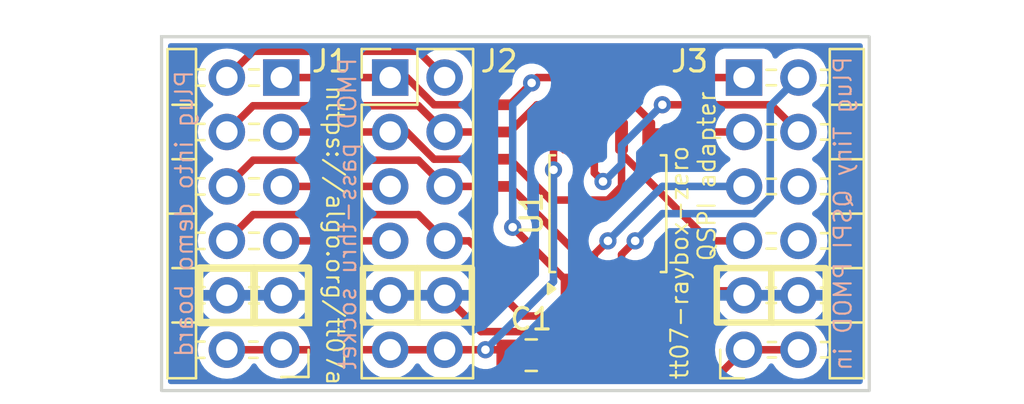
<source format=kicad_pcb>
(kicad_pcb (version 20240108) (generator "pcbnew") (generator_version "8.0")
  (layers (0 "F.Cu" signal) (31 "B.Cu" signal) (34 "B.Paste" user) (35 "F.Paste" user) (36 "B.SilkS" user "B.Silkscreen") (37 "F.SilkS" user "F.Silkscreen") (38 "B.Mask" user) (39 "F.Mask" user) (44 "Edge.Cuts" user))
  (net 0 "")
  (net 1 "/uio5")
  (net 2 "/uio7")
  (net 3 "/uio0")
  (net 4 "/uio1")
  (net 5 "VCC")
  (net 6 "GND")
  (net 7 "/uio3")
  (net 8 "/uio4")
  (net 9 "/uio6")
  (net 10 "/uio2")
  (net 11 "/io1")
  (net 12 "/~{CS0}")
  (net 13 "/~{CS1}")
  (net 14 "/io2")
  (net 15 "/SCK")
  (net 16 "/~{CS2}")
  (net 17 "/io3")
  (net 18 "/io0")
  (footprint "NetTie:NetTie-2_SMD_Pad0.5mm" (layer "F.Cu") (at 114.3 71.12)
    (property "Reference" "NT1" (hide yes))
    (property "Value" "NetTie_2" (hide yes))
    (fp_poly (pts (xy -0.5 -0.25) (xy 0.5 -0.25) (xy 0.5 0.25) (xy -0.5 0.25)) (fill solid) (layer "F.Cu"))
    (pad "1" smd circle (at -0.5 0) (size 0.5 0.5) (layers "F.Cu") (net 3 "/uio0"))
    (pad "2" smd circle (at 0.5 0) (size 0.5 0.5) (layers "F.Cu") (net 12 "/~{CS0}"))
  )
  (footprint "Anton Kicad Footprints Lib:PinSocket_2x06_P2.54mm_PMODPeriph2B_Vertical" (layer "F.Cu") (at 109.22 82.55 180)
    (property "Reference" "J2" (at -5.08 13.462 180) (layer "F.SilkS"))
    (property "Value" "PMOD socket")
    (fp_line (start 1.33 14.03) (end 1.33 12.7) (stroke (width 0.12)) (layer "F.SilkS"))
    (fp_line (start 1.33 11.43) (end 1.33 -1.33) (stroke (width 0.12)) (layer "F.SilkS"))
    (fp_line (start 0 14.03) (end 1.33 14.03) (stroke (width 0.12)) (layer "F.SilkS"))
    (fp_line (start -1.27 14.03) (end -1.27 11.43) (stroke (width 0.12)) (layer "F.SilkS"))
    (fp_line (start -1.27 11.43) (end 1.33 11.43) (stroke (width 0.12)) (layer "F.SilkS"))
    (fp_line (start -3.87 14.03) (end -1.27 14.03) (stroke (width 0.12)) (layer "F.SilkS"))
    (fp_line (start -3.87 14.03) (end -3.87 -1.33) (stroke (width 0.12)) (layer "F.SilkS"))
    (fp_line (start -3.87 -1.33) (end 1.33 -1.33) (stroke (width 0.12)) (layer "F.SilkS"))
    (fp_rect (start -1.27 1.27) (end 1.27 3.81) (stroke (width 0.3)) (fill none) (layer "F.SilkS"))
    (fp_rect (start -3.81 1.27) (end -1.27 3.81) (stroke (width 0.3)) (fill none) (layer "F.SilkS"))
    (pad "1" thru_hole rect (at 0 12.7 180) (size 1.7 1.7) (drill 1) (layers "*.Cu" "*.Mask" "In1.Cu" "In2.Cu" "In3.Cu" "In4.Cu" "In5.Cu" "In6.Cu" "In7.Cu" "In8.Cu" "In9.Cu" "In10.Cu" "In11.Cu" "In12.Cu" "In13.Cu" "In14.Cu" "In15.Cu" "In16.Cu" "In17.Cu" "In18.Cu" "In19.Cu" "In20.Cu" "In21.Cu" "In22.Cu" "In23.Cu" "In24.Cu" "In25.Cu" "In26.Cu" "In27.Cu" "In28.Cu" "In29.Cu" "In30.Cu") (net 3 "/uio0"))
    (pad "2" thru_hole oval (at 0 10.16 180) (size 1.7 1.7) (drill 1) (layers "*.Cu" "*.Mask" "In1.Cu" "In2.Cu" "In3.Cu" "In4.Cu" "In5.Cu" "In6.Cu" "In7.Cu" "In8.Cu" "In9.Cu" "In10.Cu" "In11.Cu" "In12.Cu" "In13.Cu" "In14.Cu" "In15.Cu" "In16.Cu" "In17.Cu" "In18.Cu" "In19.Cu" "In20.Cu" "In21.Cu" "In22.Cu" "In23.Cu" "In24.Cu" "In25.Cu" "In26.Cu" "In27.Cu" "In28.Cu" "In29.Cu" "In30.Cu") (net 4 "/uio1"))
    (pad "3" thru_hole oval (at 0 7.62 180) (size 1.7 1.7) (drill 1) (layers "*.Cu" "*.Mask" "In1.Cu" "In2.Cu" "In3.Cu" "In4.Cu" "In5.Cu" "In6.Cu" "In7.Cu" "In8.Cu" "In9.Cu" "In10.Cu" "In11.Cu" "In12.Cu" "In13.Cu" "In14.Cu" "In15.Cu" "In16.Cu" "In17.Cu" "In18.Cu" "In19.Cu" "In20.Cu" "In21.Cu" "In22.Cu" "In23.Cu" "In24.Cu" "In25.Cu" "In26.Cu" "In27.Cu" "In28.Cu" "In29.Cu" "In30.Cu") (net 10 "/uio2"))
    (pad "4" thru_hole oval (at 0 5.08 180) (size 1.7 1.7) (drill 1) (layers "*.Cu" "*.Mask" "In1.Cu" "In2.Cu" "In3.Cu" "In4.Cu" "In5.Cu" "In6.Cu" "In7.Cu" "In8.Cu" "In9.Cu" "In10.Cu" "In11.Cu" "In12.Cu" "In13.Cu" "In14.Cu" "In15.Cu" "In16.Cu" "In17.Cu" "In18.Cu" "In19.Cu" "In20.Cu" "In21.Cu" "In22.Cu" "In23.Cu" "In24.Cu" "In25.Cu" "In26.Cu" "In27.Cu" "In28.Cu" "In29.Cu" "In30.Cu") (net 7 "/uio3"))
    (pad "5" thru_hole oval (at 0 2.54 180) (size 1.7 1.7) (drill 1) (layers "*.Cu" "*.Mask" "In1.Cu" "In2.Cu" "In3.Cu" "In4.Cu" "In5.Cu" "In6.Cu" "In7.Cu" "In8.Cu" "In9.Cu" "In10.Cu" "In11.Cu" "In12.Cu" "In13.Cu" "In14.Cu" "In15.Cu" "In16.Cu" "In17.Cu" "In18.Cu" "In19.Cu" "In20.Cu" "In21.Cu" "In22.Cu" "In23.Cu" "In24.Cu" "In25.Cu" "In26.Cu" "In27.Cu" "In28.Cu" "In29.Cu" "In30.Cu") (net 6 "GND"))
    (pad "6" thru_hole circle (at 0 0 180) (size 1.7 1.7) (drill 1) (layers "*.Cu" "*.Mask" "In1.Cu" "In2.Cu" "In3.Cu" "In4.Cu" "In5.Cu" "In6.Cu" "In7.Cu" "In8.Cu" "In9.Cu" "In10.Cu" "In11.Cu" "In12.Cu" "In13.Cu" "In14.Cu" "In15.Cu" "In16.Cu" "In17.Cu" "In18.Cu" "In19.Cu" "In20.Cu" "In21.Cu" "In22.Cu" "In23.Cu" "In24.Cu" "In25.Cu" "In26.Cu" "In27.Cu" "In28.Cu" "In29.Cu" "In30.Cu") (net 5 "VCC"))
    (pad "7" thru_hole oval (at -2.54 12.7 180) (size 1.7 1.7) (drill 1) (layers "*.Cu" "*.Mask" "In1.Cu" "In2.Cu" "In3.Cu" "In4.Cu" "In5.Cu" "In6.Cu" "In7.Cu" "In8.Cu" "In9.Cu" "In10.Cu" "In11.Cu" "In12.Cu" "In13.Cu" "In14.Cu" "In15.Cu" "In16.Cu" "In17.Cu" "In18.Cu" "In19.Cu" "In20.Cu" "In21.Cu" "In22.Cu" "In23.Cu" "In24.Cu" "In25.Cu" "In26.Cu" "In27.Cu" "In28.Cu" "In29.Cu" "In30.Cu") (net 8 "/uio4"))
    (pad "8" thru_hole oval (at -2.54 10.16 180) (size 1.7 1.7) (drill 1) (layers "*.Cu" "*.Mask" "In1.Cu" "In2.Cu" "In3.Cu" "In4.Cu" "In5.Cu" "In6.Cu" "In7.Cu" "In8.Cu" "In9.Cu" "In10.Cu" "In11.Cu" "In12.Cu" "In13.Cu" "In14.Cu" "In15.Cu" "In16.Cu" "In17.Cu" "In18.Cu" "In19.Cu" "In20.Cu" "In21.Cu" "In22.Cu" "In23.Cu" "In24.Cu" "In25.Cu" "In26.Cu" "In27.Cu" "In28.Cu" "In29.Cu" "In30.Cu") (net 1 "/uio5"))
    (pad "9" thru_hole oval (at -2.54 7.62 180) (size 1.7 1.7) (drill 1) (layers "*.Cu" "*.Mask" "In1.Cu" "In2.Cu" "In3.Cu" "In4.Cu" "In5.Cu" "In6.Cu" "In7.Cu" "In8.Cu" "In9.Cu" "In10.Cu" "In11.Cu" "In12.Cu" "In13.Cu" "In14.Cu" "In15.Cu" "In16.Cu" "In17.Cu" "In18.Cu" "In19.Cu" "In20.Cu" "In21.Cu" "In22.Cu" "In23.Cu" "In24.Cu" "In25.Cu" "In26.Cu" "In27.Cu" "In28.Cu" "In29.Cu" "In30.Cu") (net 9 "/uio6"))
    (pad "10" thru_hole oval (at -2.54 5.08 180) (size 1.7 1.7) (drill 1) (layers "*.Cu" "*.Mask" "In1.Cu" "In2.Cu" "In3.Cu" "In4.Cu" "In5.Cu" "In6.Cu" "In7.Cu" "In8.Cu" "In9.Cu" "In10.Cu" "In11.Cu" "In12.Cu" "In13.Cu" "In14.Cu" "In15.Cu" "In16.Cu" "In17.Cu" "In18.Cu" "In19.Cu" "In20.Cu" "In21.Cu" "In22.Cu" "In23.Cu" "In24.Cu" "In25.Cu" "In26.Cu" "In27.Cu" "In28.Cu" "In29.Cu" "In30.Cu") (net 2 "/uio7"))
    (pad "11" thru_hole oval (at -2.54 2.54 180) (size 1.7 1.7) (drill 1) (layers "*.Cu" "*.Mask" "In1.Cu" "In2.Cu" "In3.Cu" "In4.Cu" "In5.Cu" "In6.Cu" "In7.Cu" "In8.Cu" "In9.Cu" "In10.Cu" "In11.Cu" "In12.Cu" "In13.Cu" "In14.Cu" "In15.Cu" "In16.Cu" "In17.Cu" "In18.Cu" "In19.Cu" "In20.Cu" "In21.Cu" "In22.Cu" "In23.Cu" "In24.Cu" "In25.Cu" "In26.Cu" "In27.Cu" "In28.Cu" "In29.Cu" "In30.Cu") (net 6 "GND"))
    (pad "12" thru_hole oval (at -2.54 0 180) (size 1.7 1.7) (drill 1) (layers "*.Cu" "*.Mask" "In1.Cu" "In2.Cu" "In3.Cu" "In4.Cu" "In5.Cu" "In6.Cu" "In7.Cu" "In8.Cu" "In9.Cu" "In10.Cu" "In11.Cu" "In12.Cu" "In13.Cu" "In14.Cu" "In15.Cu" "In16.Cu" "In17.Cu" "In18.Cu" "In19.Cu" "In20.Cu" "In21.Cu" "In22.Cu" "In23.Cu" "In24.Cu" "In25.Cu" "In26.Cu" "In27.Cu" "In28.Cu" "In29.Cu" "In30.Cu") (net 5 "VCC"))
  )
  (footprint "NetTie:NetTie-2_SMD_Pad0.5mm" (layer "F.Cu") (at 114.3 73.66)
    (property "Reference" "NT2" (hide yes))
    (property "Value" "NetTie_2" (hide yes))
    (fp_poly (pts (xy -0.5 -0.25) (xy 0.5 -0.25) (xy 0.5 0.25) (xy -0.5 0.25)) (fill solid) (layer "F.Cu"))
    (pad "1" smd circle (at -0.5 0) (size 0.5 0.5) (layers "F.Cu") (net 4 "/uio1"))
    (pad "2" smd circle (at 0.5 0) (size 0.5 0.5) (layers "F.Cu") (net 15 "/SCK"))
  )
  (footprint "NetTie:NetTie-2_SMD_Pad0.5mm" (layer "F.Cu") (at 114.3 72.39)
    (property "Reference" "NT3" (hide yes))
    (property "Value" "NetTie_2" (hide yes))
    (fp_poly (pts (xy -0.5 -0.25) (xy 0.5 -0.25) (xy 0.5 0.25) (xy -0.5 0.25)) (fill solid) (layer "F.Cu"))
    (pad "1" smd circle (at -0.5 0) (size 0.5 0.5) (layers "F.Cu") (net 1 "/uio5"))
    (pad "2" smd circle (at 0.5 0) (size 0.5 0.5) (layers "F.Cu") (net 18 "/io0"))
  )
  (footprint "Capacitor_SMD:C_0805_2012Metric_Pad1.18x1.45mm_HandSolder" (layer "F.Cu") (at 115.8025 82.804)
    (property "Reference" "C1" (at 0 -1.68 0) (layer "F.SilkS"))
    (property "Value" "100nF")
    (fp_line (start -0.261252 -0.735) (end 0.261252 -0.735) (stroke (width 0.12)) (layer "F.SilkS"))
    (fp_line (start -0.261252 0.735) (end 0.261252 0.735) (stroke (width 0.12)) (layer "F.SilkS"))
    (pad "1" smd roundrect (at -1.0375 0) (size 1.175 1.45) (layers "F.Cu" "F.Paste" "F.Mask") (roundrect_rratio 0.212766) (net 5 "VCC"))
    (pad "2" smd roundrect (at 1.0375 0) (size 1.175 1.45) (layers "F.Cu" "F.Paste" "F.Mask") (roundrect_rratio 0.212766) (net 6 "GND"))
  )
  (footprint "NetTie:NetTie-2_SMD_Pad0.5mm" (layer "F.Cu") (at 113.665 78.74 -90)
    (property "Reference" "NT5" (hide yes))
    (property "Value" "NetTie_2" (hide yes))
    (fp_poly (pts (xy -0.5 -0.25) (xy 0.5 -0.25) (xy 0.5 0.25) (xy -0.5 0.25)) (fill solid) (layer "F.Cu"))
    (pad "1" smd circle (at -0.5 0 270) (size 0.5 0.5) (layers "F.Cu") (net 2 "/uio7"))
    (pad "2" smd circle (at 0.5 0 270) (size 0.5 0.5) (layers "F.Cu") (net 14 "/io2"))
  )
  (footprint "Package_SO:SOIC-8_5.23x5.23mm_P1.27mm" (layer "F.Cu") (at 119.38 76.2 90)
    (property "Reference" "U1" (at 0 -3.56 90) (layer "F.SilkS"))
    (property "Value" "W25Q128JVS")
    (fp_line (start 2.725 -2.725) (end 2.725 -2.465) (stroke (width 0.12)) (layer "F.SilkS"))
    (fp_line (start 0 -2.725) (end 2.725 -2.725) (stroke (width 0.12)) (layer "F.SilkS"))
    (fp_line (start 0 -2.725) (end -2.725 -2.725) (stroke (width 0.12)) (layer "F.SilkS"))
    (fp_line (start -2.725 -2.725) (end -2.725 -2.465) (stroke (width 0.12)) (layer "F.SilkS"))
    (fp_line (start 2.725 2.725) (end 2.725 2.465) (stroke (width 0.12)) (layer "F.SilkS"))
    (fp_line (start 0 2.725) (end 2.725 2.725) (stroke (width 0.12)) (layer "F.SilkS"))
    (fp_line (start 0 2.725) (end -2.725 2.725) (stroke (width 0.12)) (layer "F.SilkS"))
    (fp_line (start -2.725 2.725) (end -2.725 2.465) (stroke (width 0.12)) (layer "F.SilkS"))
    (fp_poly (pts (xy -3.5075 -2.465) (xy -3.7475 -2.795) (xy -3.2675 -2.795) (xy -3.5075 -2.465)) (stroke (width 0.12)) (fill solid) (layer "F.SilkS"))
    (pad "1" smd roundrect (at -3.6 -1.905 90) (size 1.6 0.6) (layers "F.Cu" "F.Paste" "F.Mask") (net 12 "/~{CS0}"))
    (pad "2" smd roundrect (at -3.6 -0.635 90) (size 1.6 0.6) (layers "F.Cu" "F.Paste" "F.Mask") (net 11 "/io1"))
    (pad "3" smd roundrect (at -3.6 0.635 90) (size 1.6 0.6) (layers "F.Cu" "F.Paste" "F.Mask") (net 14 "/io2"))
    (pad "4" smd roundrect (at -3.6 1.905 90) (size 1.6 0.6) (layers "F.Cu" "F.Paste" "F.Mask") (net 6 "GND"))
    (pad "5" smd roundrect (at 3.6 1.905 90) (size 1.6 0.6) (layers "F.Cu" "F.Paste" "F.Mask") (net 18 "/io0"))
    (pad "6" smd roundrect (at 3.6 0.635 90) (size 1.6 0.6) (layers "F.Cu" "F.Paste" "F.Mask") (net 15 "/SCK"))
    (pad "7" smd roundrect (at 3.6 -0.635 90) (size 1.6 0.6) (layers "F.Cu" "F.Paste" "F.Mask") (net 17 "/io3"))
    (pad "8" smd roundrect (at 3.6 -1.905 90) (size 1.6 0.6) (layers "F.Cu" "F.Paste" "F.Mask") (net 5 "VCC"))
  )
  (footprint "Anton Kicad Footprints Lib:PinSocket_2x06_P2.54mm_PMODPeriph2B_Clip" (layer "F.Cu") (at 125.73 82.55 180)
    (property "Reference" "J3" (at 2.54 13.462 180) (layer "F.SilkS"))
    (property "Value" "Tiny QSPI socket")
    (fp_line (start 1.11 -1.33) (end 1.11 0) (stroke (width 0.12)) (layer "F.SilkS"))
    (fp_line (start 0 -1.33) (end 1.11 -1.33) (stroke (width 0.12)) (layer "F.SilkS"))
    (fp_line (start -1.49 13.06) (end -1.05 13.06) (stroke (width 0.12)) (layer "F.SilkS"))
    (fp_line (start -1.49 12.34) (end -1.05 12.34) (stroke (width 0.12)) (layer "F.SilkS"))
    (fp_line (start -1.49 10.52) (end -1.05 10.52) (stroke (width 0.12)) (layer "F.SilkS"))
    (fp_line (start -1.49 9.8) (end -1.05 9.8) (stroke (width 0.12)) (layer "F.SilkS"))
    (fp_line (start -1.49 7.98) (end -1.05 7.98) (stroke (width 0.12)) (layer "F.SilkS"))
    (fp_line (start -1.49 7.26) (end -1.05 7.26) (stroke (width 0.12)) (layer "F.SilkS"))
    (fp_line (start -1.49 5.44) (end -1.05 5.44) (stroke (width 0.12)) (layer "F.SilkS"))
    (fp_line (start -1.49 4.72) (end -1.05 4.72) (stroke (width 0.12)) (layer "F.SilkS"))
    (fp_line (start -1.49 2.9) (end -1.05 2.9) (stroke (width 0.12)) (layer "F.SilkS"))
    (fp_line (start -1.49 2.18) (end -1.05 2.18) (stroke (width 0.12)) (layer "F.SilkS"))
    (fp_line (start -1.49 0.36) (end -1.11 0.36) (stroke (width 0.12)) (layer "F.SilkS"))
    (fp_line (start -1.49 -0.36) (end -1.11 -0.36) (stroke (width 0.12)) (layer "F.SilkS"))
    (fp_line (start -4 13.06) (end -3.59 13.06) (stroke (width 0.12)) (layer "F.SilkS"))
    (fp_line (start -4 12.34) (end -3.59 12.34) (stroke (width 0.12)) (layer "F.SilkS"))
    (fp_line (start -4 10.52) (end -3.59 10.52) (stroke (width 0.12)) (layer "F.SilkS"))
    (fp_line (start -4 9.8) (end -3.59 9.8) (stroke (width 0.12)) (layer "F.SilkS"))
    (fp_line (start -4 7.98) (end -3.59 7.98) (stroke (width 0.12)) (layer "F.SilkS"))
    (fp_line (start -4 7.26) (end -3.59 7.26) (stroke (width 0.12)) (layer "F.SilkS"))
    (fp_line (start -4 5.44) (end -3.59 5.44) (stroke (width 0.12)) (layer "F.SilkS"))
    (fp_line (start -4 4.72) (end -3.59 4.72) (stroke (width 0.12)) (layer "F.SilkS"))
    (fp_line (start -4 2.9) (end -3.59 2.9) (stroke (width 0.12)) (layer "F.SilkS"))
    (fp_line (start -4 2.18) (end -3.59 2.18) (stroke (width 0.12)) (layer "F.SilkS"))
    (fp_line (start -4 0.36) (end -3.59 0.36) (stroke (width 0.12)) (layer "F.SilkS"))
    (fp_line (start -4 -0.36) (end -3.59 -0.36) (stroke (width 0.12)) (layer "F.SilkS"))
    (fp_line (start -4 -1.33) (end -4 14.03) (stroke (width 0.12)) (layer "F.SilkS"))
    (fp_line (start -5.588 14.03) (end -4 14.03) (stroke (width 0.12)) (layer "F.SilkS"))
    (fp_line (start -5.588 11.43) (end -4 11.43) (stroke (width 0.12)) (layer "F.SilkS"))
    (fp_line (start -5.588 8.89) (end -4 8.89) (stroke (width 0.12)) (layer "F.SilkS"))
    (fp_line (start -5.588 6.35) (end -4 6.35) (stroke (width 0.12)) (layer "F.SilkS"))
    (fp_line (start -5.588 3.81) (end -4 3.81) (stroke (width 0.12)) (layer "F.SilkS"))
    (fp_line (start -5.588 1.27) (end -4 1.27) (stroke (width 0.12)) (layer "F.SilkS"))
    (fp_line (start -5.588 -1.33) (end -4 -1.33) (stroke (width 0.12)) (layer "F.SilkS"))
    (fp_line (start -5.588 -1.33) (end -5.588 14.03) (stroke (width 0.12)) (layer "F.SilkS"))
    (fp_rect (start -1.27 1.27) (end 1.27 3.81) (stroke (width 0.3)) (fill none) (layer "F.SilkS"))
    (fp_rect (start -3.81 1.27) (end -1.27 3.81) (stroke (width 0.3)) (fill none) (layer "F.SilkS"))
    (pad "1" thru_hole rect (at 0 12.7 180) (size 1.7 1.7) (drill 1) (layers "*.Cu" "*.Mask" "In1.Cu" "In2.Cu" "In3.Cu" "In4.Cu" "In5.Cu" "In6.Cu" "In7.Cu" "In8.Cu" "In9.Cu" "In10.Cu" "In11.Cu" "In12.Cu" "In13.Cu" "In14.Cu" "In15.Cu" "In16.Cu" "In17.Cu" "In18.Cu" "In19.Cu" "In20.Cu" "In21.Cu" "In22.Cu" "In23.Cu" "In24.Cu" "In25.Cu" "In26.Cu" "In27.Cu" "In28.Cu" "In29.Cu" "In30.Cu") (net 12 "/~{CS0}"))
    (pad "2" thru_hole oval (at 0 10.16 180) (size 1.7 1.7) (drill 1) (layers "*.Cu" "*.Mask" "In1.Cu" "In2.Cu" "In3.Cu" "In4.Cu" "In5.Cu" "In6.Cu" "In7.Cu" "In8.Cu" "In9.Cu" "In10.Cu" "In11.Cu" "In12.Cu" "In13.Cu" "In14.Cu" "In15.Cu" "In16.Cu" "In17.Cu" "In18.Cu" "In19.Cu" "In20.Cu" "In21.Cu" "In22.Cu" "In23.Cu" "In24.Cu" "In25.Cu" "In26.Cu" "In27.Cu" "In28.Cu" "In29.Cu" "In30.Cu") (net 18 "/io0"))
    (pad "3" thru_hole oval (at 0 7.62 180) (size 1.7 1.7) (drill 1) (layers "*.Cu" "*.Mask" "In1.Cu" "In2.Cu" "In3.Cu" "In4.Cu" "In5.Cu" "In6.Cu" "In7.Cu" "In8.Cu" "In9.Cu" "In10.Cu" "In11.Cu" "In12.Cu" "In13.Cu" "In14.Cu" "In15.Cu" "In16.Cu" "In17.Cu" "In18.Cu" "In19.Cu" "In20.Cu" "In21.Cu" "In22.Cu" "In23.Cu" "In24.Cu" "In25.Cu" "In26.Cu" "In27.Cu" "In28.Cu" "In29.Cu" "In30.Cu") (net 11 "/io1"))
    (pad "4" thru_hole oval (at 0 5.08 180) (size 1.7 1.7) (drill 1) (layers "*.Cu" "*.Mask" "In1.Cu" "In2.Cu" "In3.Cu" "In4.Cu" "In5.Cu" "In6.Cu" "In7.Cu" "In8.Cu" "In9.Cu" "In10.Cu" "In11.Cu" "In12.Cu" "In13.Cu" "In14.Cu" "In15.Cu" "In16.Cu" "In17.Cu" "In18.Cu" "In19.Cu" "In20.Cu" "In21.Cu" "In22.Cu" "In23.Cu" "In24.Cu" "In25.Cu" "In26.Cu" "In27.Cu" "In28.Cu" "In29.Cu" "In30.Cu") (net 15 "/SCK"))
    (pad "5" thru_hole oval (at 0 2.54 180) (size 1.7 1.7) (drill 1) (layers "*.Cu" "*.Mask" "In1.Cu" "In2.Cu" "In3.Cu" "In4.Cu" "In5.Cu" "In6.Cu" "In7.Cu" "In8.Cu" "In9.Cu" "In10.Cu" "In11.Cu" "In12.Cu" "In13.Cu" "In14.Cu" "In15.Cu" "In16.Cu" "In17.Cu" "In18.Cu" "In19.Cu" "In20.Cu" "In21.Cu" "In22.Cu" "In23.Cu" "In24.Cu" "In25.Cu" "In26.Cu" "In27.Cu" "In28.Cu" "In29.Cu" "In30.Cu") (net 6 "GND"))
    (pad "6" thru_hole circle (at 0 0 180) (size 1.7 1.7) (drill 1) (layers "*.Cu" "*.Mask" "In1.Cu" "In2.Cu" "In3.Cu" "In4.Cu" "In5.Cu" "In6.Cu" "In7.Cu" "In8.Cu" "In9.Cu" "In10.Cu" "In11.Cu" "In12.Cu" "In13.Cu" "In14.Cu" "In15.Cu" "In16.Cu" "In17.Cu" "In18.Cu" "In19.Cu" "In20.Cu" "In21.Cu" "In22.Cu" "In23.Cu" "In24.Cu" "In25.Cu" "In26.Cu" "In27.Cu" "In28.Cu" "In29.Cu" "In30.Cu") (net 5 "VCC"))
    (pad "7" thru_hole oval (at -2.54 12.7 180) (size 1.7 1.7) (drill 1) (layers "*.Cu" "*.Mask" "In1.Cu" "In2.Cu" "In3.Cu" "In4.Cu" "In5.Cu" "In6.Cu" "In7.Cu" "In8.Cu" "In9.Cu" "In10.Cu" "In11.Cu" "In12.Cu" "In13.Cu" "In14.Cu" "In15.Cu" "In16.Cu" "In17.Cu" "In18.Cu" "In19.Cu" "In20.Cu" "In21.Cu" "In22.Cu" "In23.Cu" "In24.Cu" "In25.Cu" "In26.Cu" "In27.Cu" "In28.Cu" "In29.Cu" "In30.Cu") (net 14 "/io2"))
    (pad "8" thru_hole oval (at -2.54 10.16 180) (size 1.7 1.7) (drill 1) (layers "*.Cu" "*.Mask" "In1.Cu" "In2.Cu" "In3.Cu" "In4.Cu" "In5.Cu" "In6.Cu" "In7.Cu" "In8.Cu" "In9.Cu" "In10.Cu" "In11.Cu" "In12.Cu" "In13.Cu" "In14.Cu" "In15.Cu" "In16.Cu" "In17.Cu" "In18.Cu" "In19.Cu" "In20.Cu" "In21.Cu" "In22.Cu" "In23.Cu" "In24.Cu" "In25.Cu" "In26.Cu" "In27.Cu" "In28.Cu" "In29.Cu" "In30.Cu") (net 17 "/io3"))
    (pad "9" thru_hole oval (at -2.54 7.62 180) (size 1.7 1.7) (drill 1) (layers "*.Cu" "*.Mask" "In1.Cu" "In2.Cu" "In3.Cu" "In4.Cu" "In5.Cu" "In6.Cu" "In7.Cu" "In8.Cu" "In9.Cu" "In10.Cu" "In11.Cu" "In12.Cu" "In13.Cu" "In14.Cu" "In15.Cu" "In16.Cu" "In17.Cu" "In18.Cu" "In19.Cu" "In20.Cu" "In21.Cu" "In22.Cu" "In23.Cu" "In24.Cu" "In25.Cu" "In26.Cu" "In27.Cu" "In28.Cu" "In29.Cu" "In30.Cu") (net 13 "/~{CS1}"))
    (pad "10" thru_hole oval (at -2.54 5.08 180) (size 1.7 1.7) (drill 1) (layers "*.Cu" "*.Mask" "In1.Cu" "In2.Cu" "In3.Cu" "In4.Cu" "In5.Cu" "In6.Cu" "In7.Cu" "In8.Cu" "In9.Cu" "In10.Cu" "In11.Cu" "In12.Cu" "In13.Cu" "In14.Cu" "In15.Cu" "In16.Cu" "In17.Cu" "In18.Cu" "In19.Cu" "In20.Cu" "In21.Cu" "In22.Cu" "In23.Cu" "In24.Cu" "In25.Cu" "In26.Cu" "In27.Cu" "In28.Cu" "In29.Cu" "In30.Cu") (net 16 "/~{CS2}"))
    (pad "11" thru_hole oval (at -2.54 2.54 180) (size 1.7 1.7) (drill 1) (layers "*.Cu" "*.Mask" "In1.Cu" "In2.Cu" "In3.Cu" "In4.Cu" "In5.Cu" "In6.Cu" "In7.Cu" "In8.Cu" "In9.Cu" "In10.Cu" "In11.Cu" "In12.Cu" "In13.Cu" "In14.Cu" "In15.Cu" "In16.Cu" "In17.Cu" "In18.Cu" "In19.Cu" "In20.Cu" "In21.Cu" "In22.Cu" "In23.Cu" "In24.Cu" "In25.Cu" "In26.Cu" "In27.Cu" "In28.Cu" "In29.Cu" "In30.Cu") (net 6 "GND"))
    (pad "12" thru_hole oval (at -2.54 0 180) (size 1.7 1.7) (drill 1) (layers "*.Cu" "*.Mask" "In1.Cu" "In2.Cu" "In3.Cu" "In4.Cu" "In5.Cu" "In6.Cu" "In7.Cu" "In8.Cu" "In9.Cu" "In10.Cu" "In11.Cu" "In12.Cu" "In13.Cu" "In14.Cu" "In15.Cu" "In16.Cu" "In17.Cu" "In18.Cu" "In19.Cu" "In20.Cu" "In21.Cu" "In22.Cu" "In23.Cu" "In24.Cu" "In25.Cu" "In26.Cu" "In27.Cu" "In28.Cu" "In29.Cu" "In30.Cu") (net 5 "VCC"))
  )
  (footprint "NetTie:NetTie-2_SMD_Pad0.5mm" (layer "F.Cu") (at 114.3 74.93)
    (property "Reference" "NT4" (hide yes))
    (property "Value" "NetTie_2" (hide yes))
    (fp_poly (pts (xy -0.5 -0.25) (xy 0.5 -0.25) (xy 0.5 0.25) (xy -0.5 0.25)) (fill solid) (layer "F.Cu"))
    (pad "1" smd circle (at -0.5 0) (size 0.5 0.5) (layers "F.Cu") (net 9 "/uio6"))
    (pad "2" smd circle (at 0.5 0) (size 0.5 0.5) (layers "F.Cu") (net 11 "/io1"))
  )
  (footprint "Anton Kicad Footprints Lib:PinHeader_2x06_P2.54mm_PMODPeriph2B_Clip" (layer "F.Cu") (at 104.14 82.55 180)
    (property "Reference" "J1" (at -2.286 13.462 180) (layer "F.SilkS"))
    (property "Value" "PMOD plug")
    (fp_line (start 5.31 14.03) (end 5.31 -1.33) (stroke (width 0.12)) (layer "F.SilkS"))
    (fp_line (start 5.31 -1.33) (end 3.98 -1.33) (stroke (width 0.12)) (layer "F.SilkS"))
    (fp_line (start 3.98 14.03) (end 5.31 14.03) (stroke (width 0.12)) (layer "F.SilkS"))
    (fp_line (start 3.98 11.43) (end 5.08 11.43) (stroke (width 0.12)) (layer "F.SilkS"))
    (fp_line (start 3.98 8.89) (end 5.08 8.89) (stroke (width 0.12)) (layer "F.SilkS"))
    (fp_line (start 3.98 6.35) (end 5.31 6.35) (stroke (width 0.12)) (layer "F.SilkS"))
    (fp_line (start 3.98 3.81) (end 5.08 3.81) (stroke (width 0.12)) (layer "F.SilkS"))
    (fp_line (start 3.98 1.27) (end 5.08 1.27) (stroke (width 0.12)) (layer "F.SilkS"))
    (fp_line (start 3.98 -1.33) (end 3.98 14.03) (stroke (width 0.12)) (layer "F.SilkS"))
    (fp_line (start 3.582929 13.08) (end 3.98 13.08) (stroke (width 0.12)) (layer "F.SilkS"))
    (fp_line (start 3.582929 12.32) (end 3.98 12.32) (stroke (width 0.12)) (layer "F.SilkS"))
    (fp_line (start 3.582929 10.54) (end 3.98 10.54) (stroke (width 0.12)) (layer "F.SilkS"))
    (fp_line (start 3.582929 9.78) (end 3.98 9.78) (stroke (width 0.12)) (layer "F.SilkS"))
    (fp_line (start 3.582929 8) (end 3.98 8) (stroke (width 0.12)) (layer "F.SilkS"))
    (fp_line (start 3.582929 7.24) (end 3.98 7.24) (stroke (width 0.12)) (layer "F.SilkS"))
    (fp_line (start 3.582929 5.46) (end 3.98 5.46) (stroke (width 0.12)) (layer "F.SilkS"))
    (fp_line (start 3.582929 4.7) (end 3.98 4.7) (stroke (width 0.12)) (layer "F.SilkS"))
    (fp_line (start 3.582929 2.92) (end 3.98 2.92) (stroke (width 0.12)) (layer "F.SilkS"))
    (fp_line (start 3.582929 2.16) (end 3.98 2.16) (stroke (width 0.12)) (layer "F.SilkS"))
    (fp_line (start 3.582929 0.38) (end 3.98 0.38) (stroke (width 0.12)) (layer "F.SilkS"))
    (fp_line (start 3.582929 -0.38) (end 3.98 -0.38) (stroke (width 0.12)) (layer "F.SilkS"))
    (fp_line (start 1.11 0.38) (end 1.497071 0.38) (stroke (width 0.12)) (layer "F.SilkS"))
    (fp_line (start 1.11 -0.38) (end 1.497071 -0.38) (stroke (width 0.12)) (layer "F.SilkS"))
    (fp_line (start 1.042929 13.08) (end 1.497071 13.08) (stroke (width 0.12)) (layer "F.SilkS"))
    (fp_line (start 1.042929 12.32) (end 1.497071 12.32) (stroke (width 0.12)) (layer "F.SilkS"))
    (fp_line (start 1.042929 10.54) (end 1.497071 10.54) (stroke (width 0.12)) (layer "F.SilkS"))
    (fp_line (start 1.042929 9.78) (end 1.497071 9.78) (stroke (width 0.12)) (layer "F.SilkS"))
    (fp_line (start 1.042929 8) (end 1.497071 8) (stroke (width 0.12)) (layer "F.SilkS"))
    (fp_line (start 1.042929 7.24) (end 1.497071 7.24) (stroke (width 0.12)) (layer "F.SilkS"))
    (fp_line (start 1.042929 5.46) (end 1.497071 5.46) (stroke (width 0.12)) (layer "F.SilkS"))
    (fp_line (start 1.042929 4.7) (end 1.497071 4.7) (stroke (width 0.12)) (layer "F.SilkS"))
    (fp_line (start 1.042929 2.92) (end 1.497071 2.92) (stroke (width 0.12)) (layer "F.SilkS"))
    (fp_line (start 1.042929 2.16) (end 1.497071 2.16) (stroke (width 0.12)) (layer "F.SilkS"))
    (fp_line (start -1.27 0) (end -1.27 -1.27) (stroke (width 0.12)) (layer "F.SilkS"))
    (fp_line (start -1.27 -1.27) (end 0 -1.27) (stroke (width 0.12)) (layer "F.SilkS"))
    (fp_rect (start 1.27 1.27) (end 3.81 3.81) (stroke (width 0.35)) (fill none) (layer "F.SilkS"))
    (fp_rect (start -1.27 1.27) (end 1.27 3.81) (stroke (width 0.35)) (fill none) (layer "F.SilkS"))
    (pad "1" thru_hole rect (at 0 12.7 180) (size 1.7 1.7) (drill 1) (layers "*.Cu" "*.Mask" "In1.Cu" "In2.Cu" "In3.Cu" "In4.Cu" "In5.Cu" "In6.Cu" "In7.Cu" "In8.Cu" "In9.Cu" "In10.Cu" "In11.Cu" "In12.Cu" "In13.Cu" "In14.Cu" "In15.Cu" "In16.Cu" "In17.Cu" "In18.Cu" "In19.Cu" "In20.Cu" "In21.Cu" "In22.Cu" "In23.Cu" "In24.Cu" "In25.Cu" "In26.Cu" "In27.Cu" "In28.Cu" "In29.Cu" "In30.Cu") (net 3 "/uio0"))
    (pad "2" thru_hole oval (at 0 10.16 180) (size 1.7 1.7) (drill 1) (layers "*.Cu" "*.Mask" "In1.Cu" "In2.Cu" "In3.Cu" "In4.Cu" "In5.Cu" "In6.Cu" "In7.Cu" "In8.Cu" "In9.Cu" "In10.Cu" "In11.Cu" "In12.Cu" "In13.Cu" "In14.Cu" "In15.Cu" "In16.Cu" "In17.Cu" "In18.Cu" "In19.Cu" "In20.Cu" "In21.Cu" "In22.Cu" "In23.Cu" "In24.Cu" "In25.Cu" "In26.Cu" "In27.Cu" "In28.Cu" "In29.Cu" "In30.Cu") (net 4 "/uio1"))
    (pad "3" thru_hole oval (at 0 7.62 180) (size 1.7 1.7) (drill 1) (layers "*.Cu" "*.Mask" "In1.Cu" "In2.Cu" "In3.Cu" "In4.Cu" "In5.Cu" "In6.Cu" "In7.Cu" "In8.Cu" "In9.Cu" "In10.Cu" "In11.Cu" "In12.Cu" "In13.Cu" "In14.Cu" "In15.Cu" "In16.Cu" "In17.Cu" "In18.Cu" "In19.Cu" "In20.Cu" "In21.Cu" "In22.Cu" "In23.Cu" "In24.Cu" "In25.Cu" "In26.Cu" "In27.Cu" "In28.Cu" "In29.Cu" "In30.Cu") (net 10 "/uio2"))
    (pad "4" thru_hole oval (at 0 5.08 180) (size 1.7 1.7) (drill 1) (layers "*.Cu" "*.Mask" "In1.Cu" "In2.Cu" "In3.Cu" "In4.Cu" "In5.Cu" "In6.Cu" "In7.Cu" "In8.Cu" "In9.Cu" "In10.Cu" "In11.Cu" "In12.Cu" "In13.Cu" "In14.Cu" "In15.Cu" "In16.Cu" "In17.Cu" "In18.Cu" "In19.Cu" "In20.Cu" "In21.Cu" "In22.Cu" "In23.Cu" "In24.Cu" "In25.Cu" "In26.Cu" "In27.Cu" "In28.Cu" "In29.Cu" "In30.Cu") (net 7 "/uio3"))
    (pad "5" thru_hole oval (at 0 2.54 180) (size 1.7 1.7) (drill 1) (layers "*.Cu" "*.Mask" "In1.Cu" "In2.Cu" "In3.Cu" "In4.Cu" "In5.Cu" "In6.Cu" "In7.Cu" "In8.Cu" "In9.Cu" "In10.Cu" "In11.Cu" "In12.Cu" "In13.Cu" "In14.Cu" "In15.Cu" "In16.Cu" "In17.Cu" "In18.Cu" "In19.Cu" "In20.Cu" "In21.Cu" "In22.Cu" "In23.Cu" "In24.Cu" "In25.Cu" "In26.Cu" "In27.Cu" "In28.Cu" "In29.Cu" "In30.Cu") (net 6 "GND"))
    (pad "6" thru_hole circle (at 0 0 180) (size 1.7 1.7) (drill 1) (layers "*.Cu" "*.Mask" "In1.Cu" "In2.Cu" "In3.Cu" "In4.Cu" "In5.Cu" "In6.Cu" "In7.Cu" "In8.Cu" "In9.Cu" "In10.Cu" "In11.Cu" "In12.Cu" "In13.Cu" "In14.Cu" "In15.Cu" "In16.Cu" "In17.Cu" "In18.Cu" "In19.Cu" "In20.Cu" "In21.Cu" "In22.Cu" "In23.Cu" "In24.Cu" "In25.Cu" "In26.Cu" "In27.Cu" "In28.Cu" "In29.Cu" "In30.Cu") (net 5 "VCC"))
    (pad "7" thru_hole oval (at 2.54 12.7 180) (size 1.7 1.7) (drill 1) (layers "*.Cu" "*.Mask" "In1.Cu" "In2.Cu" "In3.Cu" "In4.Cu" "In5.Cu" "In6.Cu" "In7.Cu" "In8.Cu" "In9.Cu" "In10.Cu" "In11.Cu" "In12.Cu" "In13.Cu" "In14.Cu" "In15.Cu" "In16.Cu" "In17.Cu" "In18.Cu" "In19.Cu" "In20.Cu" "In21.Cu" "In22.Cu" "In23.Cu" "In24.Cu" "In25.Cu" "In26.Cu" "In27.Cu" "In28.Cu" "In29.Cu" "In30.Cu") (net 8 "/uio4"))
    (pad "8" thru_hole oval (at 2.54 10.16 180) (size 1.7 1.7) (drill 1) (layers "*.Cu" "*.Mask" "In1.Cu" "In2.Cu" "In3.Cu" "In4.Cu" "In5.Cu" "In6.Cu" "In7.Cu" "In8.Cu" "In9.Cu" "In10.Cu" "In11.Cu" "In12.Cu" "In13.Cu" "In14.Cu" "In15.Cu" "In16.Cu" "In17.Cu" "In18.Cu" "In19.Cu" "In20.Cu" "In21.Cu" "In22.Cu" "In23.Cu" "In24.Cu" "In25.Cu" "In26.Cu" "In27.Cu" "In28.Cu" "In29.Cu" "In30.Cu") (net 1 "/uio5"))
    (pad "9" thru_hole oval (at 2.54 7.62 180) (size 1.7 1.7) (drill 1) (layers "*.Cu" "*.Mask" "In1.Cu" "In2.Cu" "In3.Cu" "In4.Cu" "In5.Cu" "In6.Cu" "In7.Cu" "In8.Cu" "In9.Cu" "In10.Cu" "In11.Cu" "In12.Cu" "In13.Cu" "In14.Cu" "In15.Cu" "In16.Cu" "In17.Cu" "In18.Cu" "In19.Cu" "In20.Cu" "In21.Cu" "In22.Cu" "In23.Cu" "In24.Cu" "In25.Cu" "In26.Cu" "In27.Cu" "In28.Cu" "In29.Cu" "In30.Cu") (net 9 "/uio6"))
    (pad "10" thru_hole oval (at 2.54 5.08 180) (size 1.7 1.7) (drill 1) (layers "*.Cu" "*.Mask" "In1.Cu" "In2.Cu" "In3.Cu" "In4.Cu" "In5.Cu" "In6.Cu" "In7.Cu" "In8.Cu" "In9.Cu" "In10.Cu" "In11.Cu" "In12.Cu" "In13.Cu" "In14.Cu" "In15.Cu" "In16.Cu" "In17.Cu" "In18.Cu" "In19.Cu" "In20.Cu" "In21.Cu" "In22.Cu" "In23.Cu" "In24.Cu" "In25.Cu" "In26.Cu" "In27.Cu" "In28.Cu" "In29.Cu" "In30.Cu") (net 2 "/uio7"))
    (pad "11" thru_hole oval (at 2.54 2.54 180) (size 1.7 1.7) (drill 1) (layers "*.Cu" "*.Mask" "In1.Cu" "In2.Cu" "In3.Cu" "In4.Cu" "In5.Cu" "In6.Cu" "In7.Cu" "In8.Cu" "In9.Cu" "In10.Cu" "In11.Cu" "In12.Cu" "In13.Cu" "In14.Cu" "In15.Cu" "In16.Cu" "In17.Cu" "In18.Cu" "In19.Cu" "In20.Cu" "In21.Cu" "In22.Cu" "In23.Cu" "In24.Cu" "In25.Cu" "In26.Cu" "In27.Cu" "In28.Cu" "In29.Cu" "In30.Cu") (net 6 "GND"))
    (pad "12" thru_hole oval (at 2.54 0 180) (size 1.7 1.7) (drill 1) (layers "*.Cu" "*.Mask" "In1.Cu" "In2.Cu" "In3.Cu" "In4.Cu" "In5.Cu" "In6.Cu" "In7.Cu" "In8.Cu" "In9.Cu" "In10.Cu" "In11.Cu" "In12.Cu" "In13.Cu" "In14.Cu" "In15.Cu" "In16.Cu" "In17.Cu" "In18.Cu" "In19.Cu" "In20.Cu" "In21.Cu" "In22.Cu" "In23.Cu" "In24.Cu" "In25.Cu" "In26.Cu" "In27.Cu" "In28.Cu" "In29.Cu" "In30.Cu") (net 5 "VCC"))
  )
  (gr_rect (start 98.552 67.945) (end 131.572 84.455) (stroke (width 0.15)) (fill none) (layer "Edge.Cuts"))
  (gr_text "Plug Tiny QSPI PMOD in" (at 130.81 76.2 90) (layer "B.SilkS") (effects (font (size 0.8 0.8) (thickness 0.1)) (justify bottom mirror)))
  (gr_text "Plug into demo board" (at 100.076 76.2 90) (layer "B.SilkS") (effects (font (size 0.8 0.8) (thickness 0.1)) (justify bottom mirror)))
  (gr_text "PMOD pass-thru socket" (at 107.696 76.2 90) (layer "B.SilkS") (effects (font (size 0.8 0.8) (thickness 0.1)) (justify bottom mirror)))
  (gr_text "QSPI adapter" (at 124.46 78.486 90) (layer "F.SilkS") (effects (font (size 0.8 0.8) (thickness 0.1)) (justify left bottom)))
  (gr_text "https://algo.org/tt07a" (at 106.172 77.216 -90) (layer "F.SilkS") (effects (font (size 0.8 0.8) (thickness 0.1)) (justify bottom)))
  (gr_text "tt07-raybox-zero" (at 123.19 78.486 90) (layer "F.SilkS") (effects (font (size 0.8 0.8) (thickness 0.1)) (justify bottom)))
  (segment (start 113.8 72.39) (end 111.76 72.39) (width 0.35) (layer "F.Cu") (net 1))
  (segment (start 110.535 71.165) (end 111.76 72.39) (width 0.35) (layer "F.Cu") (net 1))
  (segment (start 101.6 72.39) (end 102.825 71.165) (width 0.35) (layer "F.Cu") (net 1))
  (segment (start 102.825 71.165) (end 110.535 71.165) (width 0.35) (layer "F.Cu") (net 1))
  (segment (start 101.6 77.47) (end 102.825 76.245) (width 0.35) (layer "F.Cu") (net 2))
  (segment (start 111.76 77.47) (end 112.895 77.47) (width 0.35) (layer "F.Cu") (net 2))
  (segment (start 102.825 76.245) (end 110.535 76.245) (width 0.35) (layer "F.Cu") (net 2))
  (segment (start 110.535 76.245) (end 111.76 77.47) (width 0.35) (layer "F.Cu") (net 2))
  (segment (start 112.895 77.47) (end 113.665 78.24) (width 0.35) (layer "F.Cu") (net 2))
  (segment (start 109.22 69.85) (end 109.997818 69.85) (width 0.35) (layer "F.Cu") (net 3))
  (segment (start 111.267818 71.12) (end 113.8 71.12) (width 0.35) (layer "F.Cu") (net 3))
  (segment (start 104.14 69.85) (end 109.22 69.85) (width 0.35) (layer "F.Cu") (net 3))
  (segment (start 109.997818 69.85) (end 111.267818 71.12) (width 0.35) (layer "F.Cu") (net 3))
  (segment (start 113.8 73.66) (end 111.267818 73.66) (width 0.35) (layer "F.Cu") (net 4))
  (segment (start 104.14 72.39) (end 109.22 72.39) (width 0.35) (layer "F.Cu") (net 4))
  (segment (start 109.997818 72.39) (end 109.22 72.39) (width 0.35) (layer "F.Cu") (net 4))
  (segment (start 111.267818 73.66) (end 109.997818 72.39) (width 0.35) (layer "F.Cu") (net 4))
  (segment (start 113.665 82.55) (end 114.511 82.55) (width 0.35) (layer "F.Cu") (net 5))
  (segment (start 111.76 82.55) (end 113.665 82.55) (width 0.35) (layer "F.Cu") (net 5))
  (segment (start 125.73 82.55) (end 128.27 82.55) (width 0.35) (layer "F.Cu") (net 5))
  (segment (start 101.6 82.55) (end 111.76 82.55) (width 0.35) (layer "F.Cu") (net 5))
  (segment (start 115.865 83.904) (end 124.376 83.904) (width 0.35) (layer "F.Cu") (net 5))
  (segment (start 114.765 82.804) (end 115.865 83.904) (width 0.35) (layer "F.Cu") (net 5))
  (segment (start 116.84 73.235) (end 117.475 72.6) (width 0.35) (layer "F.Cu") (net 5))
  (segment (start 114.511 82.55) (end 114.765 82.804) (width 0.35) (layer "F.Cu") (net 5))
  (segment (start 116.84 74.155) (end 116.84 73.235) (width 0.35) (layer "F.Cu") (net 5))
  (segment (start 124.376 83.904) (end 125.73 82.55) (width 0.35) (layer "F.Cu") (net 5))
  (via (at 113.665 82.55) (size 0.8) (drill 0.4) (layers "F.Cu" "B.Cu") (net 5))
  (via (at 116.84 74.155) (size 0.8) (drill 0.4) (layers "F.Cu" "B.Cu") (net 5))
  (segment (start 113.665 82.55) (end 116.84 79.375) (width 0.35) (layer "B.Cu") (net 5))
  (segment (start 116.84 79.375) (end 116.84 74.155) (width 0.35) (layer "B.Cu") (net 5))
  (segment (start 121.285 79.8) (end 125.52 79.8) (width 0.35) (layer "F.Cu") (net 6))
  (segment (start 121.285 80.599999) (end 121.285 79.8) (width 0.35) (layer "F.Cu") (net 6))
  (segment (start 115.74 81.704) (end 116.84 82.804) (width 0.35) (layer "F.Cu") (net 6))
  (segment (start 111.76 80.01) (end 113.454 81.704) (width 0.35) (layer "F.Cu") (net 6))
  (segment (start 113.454 81.704) (end 115.74 81.704) (width 0.35) (layer "F.Cu") (net 6))
  (segment (start 101.6 80.01) (end 111.76 80.01) (width 0.35) (layer "F.Cu") (net 6))
  (segment (start 125.52 79.8) (end 125.73 80.01) (width 0.35) (layer "F.Cu") (net 6))
  (segment (start 119.080999 82.804) (end 121.285 80.599999) (width 0.35) (layer "F.Cu") (net 6))
  (segment (start 116.84 82.804) (end 119.080999 82.804) (width 0.35) (layer "F.Cu") (net 6))
  (segment (start 104.14 77.47) (end 109.22 77.47) (width 0.35) (layer "F.Cu") (net 7))
  (segment (start 110.535 68.625) (end 111.76 69.85) (width 0.35) (layer "F.Cu") (net 8))
  (segment (start 102.825 68.625) (end 110.535 68.625) (width 0.35) (layer "F.Cu") (net 8))
  (segment (start 101.6 69.85) (end 102.825 68.625) (width 0.35) (layer "F.Cu") (net 8))
  (segment (start 101.6 74.93) (end 102.825 73.705) (width 0.35) (layer "F.Cu") (net 9))
  (segment (start 110.535 73.705) (end 111.76 74.93) (width 0.35) (layer "F.Cu") (net 9))
  (segment (start 102.825 73.705) (end 110.535 73.705) (width 0.35) (layer "F.Cu") (net 9))
  (segment (start 113.8 74.93) (end 111.76 74.93) (width 0.35) (layer "F.Cu") (net 9))
  (segment (start 104.14 74.93) (end 109.22 74.93) (width 0.35) (layer "F.Cu") (net 10))
  (segment (start 119.38 77.47) (end 118.745 78.105) (width 0.35) (layer "F.Cu") (net 11))
  (segment (start 114.8 74.93) (end 118.745 78.875) (width 0.35) (layer "F.Cu") (net 11))
  (segment (start 118.745 78.105) (end 118.745 79.8) (width 0.35) (layer "F.Cu") (net 11))
  (segment (start 118.745 78.875) (end 118.745 79.8) (width 0.35) (layer "F.Cu") (net 11))
  (via (at 119.38 77.47) (size 0.8) (drill 0.4) (layers "F.Cu" "B.Cu") (net 11))
  (segment (start 121.92 74.93) (end 119.38 77.47) (width 0.35) (layer "B.Cu") (net 11))
  (segment (start 125.73 74.93) (end 121.92 74.93) (width 0.35) (layer "B.Cu") (net 11))
  (segment (start 114.935 76.835) (end 117.475 79.375) (width 0.35) (layer "F.Cu") (net 12))
  (segment (start 116.07 69.85) (end 115.82 70.1) (width 0.35) (layer "F.Cu") (net 12))
  (segment (start 125.73 69.85) (end 116.07 69.85) (width 0.35) (layer "F.Cu") (net 12))
  (segment (start 115.82 70.1) (end 114.8 71.12) (width 0.35) (layer "F.Cu") (net 12))
  (segment (start 117.475 79.375) (end 117.475 79.8) (width 0.35) (layer "F.Cu") (net 12))
  (via (at 114.935 76.835) (size 0.8) (drill 0.4) (layers "F.Cu" "B.Cu") (net 12))
  (via (at 115.82 70.1) (size 0.8) (drill 0.4) (layers "F.Cu" "B.Cu") (net 12))
  (segment (start 115.82 70.235) (end 115.82 70.1) (width 0.35) (layer "B.Cu") (net 12))
  (segment (start 114.935 76.835) (end 114.935 71.12) (width 0.35) (layer "B.Cu") (net 12))
  (segment (start 114.935 71.12) (end 115.82 70.235) (width 0.35) (layer "B.Cu") (net 12))
  (segment (start 115.4 80.975) (end 119.116618 80.975) (width 0.35) (layer "F.Cu") (net 14))
  (segment (start 120.015 80.076618) (end 120.015 79.8) (width 0.35) (layer "F.Cu") (net 14))
  (segment (start 119.116618 80.975) (end 120.015 80.076618) (width 0.35) (layer "F.Cu") (net 14))
  (segment (start 120.015 78.105) (end 120.015 79.8) (width 0.35) (layer "F.Cu") (net 14))
  (segment (start 113.665 79.24) (end 115.4 80.975) (width 0.35) (layer "F.Cu") (net 14))
  (segment (start 120.65 77.47) (end 120.015 78.105) (width 0.35) (layer "F.Cu") (net 14))
  (via (at 120.65 77.47) (size 0.8) (drill 0.4) (layers "F.Cu" "B.Cu") (net 14))
  (segment (start 126.955 75.437412) (end 126.192412 76.2) (width 0.35) (layer "B.Cu") (net 14))
  (segment (start 121.92 76.2) (end 120.65 77.47) (width 0.35) (layer "B.Cu") (net 14))
  (segment (start 128.27 69.85) (end 126.955 71.165) (width 0.35) (layer "B.Cu") (net 14))
  (segment (start 126.192412 76.2) (end 121.92 76.2) (width 0.35) (layer "B.Cu") (net 14))
  (segment (start 126.955 71.165) (end 126.955 75.437412) (width 0.35) (layer "B.Cu") (net 14))
  (segment (start 120.015 72.6) (end 120.015 73.399999) (width 0.35) (layer "F.Cu") (net 15))
  (segment (start 119.38 75.565) (end 120.015 74.93) (width 0.35) (layer "F.Cu") (net 15))
  (segment (start 120.015 73.399999) (end 124.085001 77.47) (width 0.35) (layer "F.Cu") (net 15))
  (segment (start 114.8 73.66) (end 116.705 75.565) (width 0.35) (layer "F.Cu") (net 15))
  (segment (start 124.085001 77.47) (end 125.73 77.47) (width 0.35) (layer "F.Cu") (net 15))
  (segment (start 120.015 74.93) (end 120.015 73.399999) (width 0.35) (layer "F.Cu") (net 15))
  (segment (start 116.705 75.565) (end 119.38 75.565) (width 0.35) (layer "F.Cu") (net 15))
  (segment (start 128.27 72.39) (end 127 71.12) (width 0.35) (layer "F.Cu") (net 17))
  (segment (start 118.745 74.295) (end 118.745 72.6) (width 0.35) (layer "F.Cu") (net 17))
  (segment (start 119.149492 74.699492) (end 118.745 74.295) (width 0.35) (layer "F.Cu") (net 17))
  (segment (start 127 71.12) (end 121.92 71.12) (width 0.35) (layer "F.Cu") (net 17))
  (via (at 121.92 71.12) (size 0.8) (drill 0.4) (layers "F.Cu" "B.Cu") (net 17))
  (via (at 119.149492 74.699492) (size 0.8) (drill 0.4) (layers "F.Cu" "B.Cu") (net 17))
  (segment (start 119.206016 74.699492) (end 120.015 73.890508) (width 0.35) (layer "B.Cu") (net 17))
  (segment (start 120.015 73.025) (end 121.92 71.12) (width 0.35) (layer "B.Cu") (net 17))
  (segment (start 119.149492 74.699492) (end 119.206016 74.699492) (width 0.35) (layer "B.Cu") (net 17))
  (segment (start 120.015 73.890508) (end 120.015 73.025) (width 0.35) (layer "B.Cu") (net 17))
  (segment (start 120.608908 71.123909) (end 116.066091 71.123909) (width 0.35) (layer "F.Cu") (net 18))
  (segment (start 121.285 71.800001) (end 120.608908 71.123909) (width 0.35) (layer "F.Cu") (net 18))
  (segment (start 125.73 72.39) (end 121.495 72.39) (width 0.35) (layer "F.Cu") (net 18))
  (segment (start 121.495 72.39) (end 121.285 72.6) (width 0.35) (layer "F.Cu") (net 18))
  (segment (start 116.066091 71.123909) (end 114.8 72.39) (width 0.35) (layer "F.Cu") (net 18))
  (segment (start 121.285 72.6) (end 121.285 71.800001) (width 0.35) (layer "F.Cu") (net 18))
  (zone (net 6) (net_name "GND") (layer "B.Cu") (connect_pads (clearance 0.5)) (min_thickness 0.25) (fill yes (thermal_gap 0.5) (thermal_bridge_width 0.5))
    (polygon (pts (xy 97.155 85.09) (xy 97.155 67.31) (xy 132.715 67.31) (xy 132.715 85.09)))
  )
)
</source>
